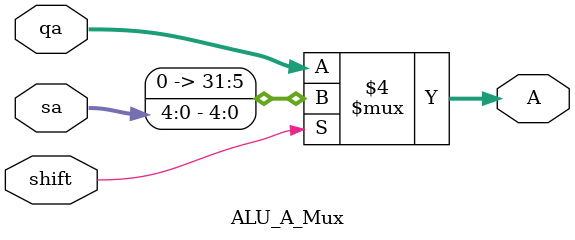
<source format=v>


module ALU_A_Mux(
    input shift,
    input [31:0] qa,
    input [4:0] sa,
    output reg [31:0] A
    );
    
    always @(*)
        if(shift == 1'b1)
            A = {27'd0, sa};
        else
            A = qa;
 
endmodule

</source>
